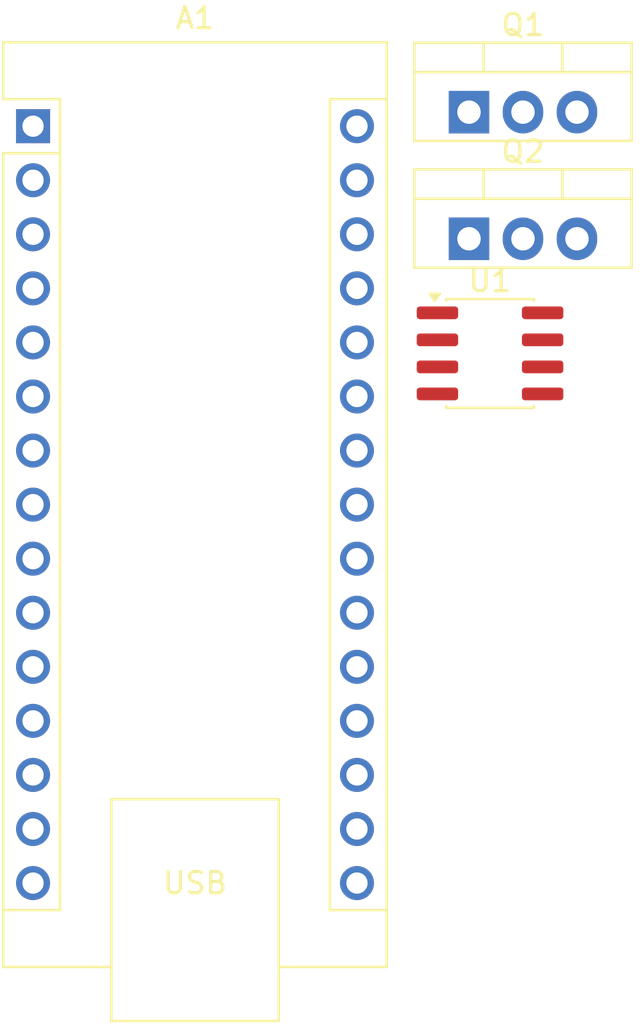
<source format=kicad_pcb>
(kicad_pcb (version 20241229) (generator "pcbnew") (generator_version "9.0")
  (layers (0 "F.Cu" signal) (2 "B.Cu" signal) (13 "F.Paste" user) (15 "B.Paste" user) (5 "F.SilkS" user "F.Silkscreen") (7 "B.SilkS" user "B.Silkscreen") (1 "F.Mask" user) (3 "B.Mask" user) (25 "Edge.Cuts" user))
  (net 0 "")
  (net 2 "Net-(A1-VIN)")
  (net 4 "Net-(A1-D6)")
  (net 7 "Net-(A1-D2)")
  (net 18 "Net-(A1-+5V)")
  (net 19 "Net-(A1-D5)")
  (net 21 "Net-(A1-A7)")
  (net 23 "Net-(A1-A0)")
  (net 27 "Net-(A1-A1)")
  (net 30 "Net-(J1-Pin_2)")
  (net 31 "Net-(Q1-G)")
  (net 32 "Net-(Q2-G)")
  (net 33 "Net-(Lade-/Entladewiederstand1-Pad2)")
  (net 34 "Net-(J2-Pin_1)")
  (footprint "Package_TO_SOT_THT:TO-220-3_Vertical" (layer "F.Cu") (at 144.27 94.28)
    (property "Reference" "Q1" (at 2.54 -4.1 0) (layer "F.SilkS"))
    (property "Value" "IRLZ44N")
    (fp_line (start -2.57 -3.26) (end 7.65 -3.26) (stroke (width 0.12)) (layer "F.SilkS"))
    (fp_line (start -2.57 -1.88) (end 7.65 -1.88) (stroke (width 0.12)) (layer "F.SilkS"))
    (fp_line (start -2.57 1.36) (end -2.57 -3.26) (stroke (width 0.12)) (layer "F.SilkS"))
    (fp_line (start 0.69 -3.26) (end 0.69 -1.88) (stroke (width 0.12)) (layer "F.SilkS"))
    (fp_line (start 4.39 -3.26) (end 4.39 -1.88) (stroke (width 0.12)) (layer "F.SilkS"))
    (fp_line (start 7.65 -3.26) (end 7.65 1.36) (stroke (width 0.12)) (layer "F.SilkS"))
    (fp_line (start 7.65 1.36) (end -2.57 1.36) (stroke (width 0.12)) (layer "F.SilkS"))
    (pad "1" thru_hole rect (at 0 0) (size 1.905 2) (drill 1.1) (layers "*.Cu" "*.Mask") (net 31 "Net-(Q1-G)"))
    (pad "2" thru_hole oval (at 2.54 0) (size 1.905 2) (drill 1.1) (layers "*.Cu" "*.Mask") (net 7 "Net-(A1-D2)"))
    (pad "3" thru_hole oval (at 5.08 0) (size 1.905 2) (drill 1.1) (layers "*.Cu" "*.Mask") (net 30 "Net-(J1-Pin_2)"))
  )
  (footprint "Package_SO:SOIC-8_3.9x4.9mm_P1.27mm" (layer "F.Cu") (at 145.26 105.615)
    (property "Reference" "U1" (at 0 -3.4 0) (layer "F.SilkS"))
    (property "Value" "ACS712xLCTR-05B")
    (fp_line (start -2.06 -2.56) (end 2.06 -2.56) (stroke (width 0.12)) (layer "F.SilkS"))
    (fp_line (start -2.06 -2.465) (end -2.06 -2.56) (stroke (width 0.12)) (layer "F.SilkS"))
    (fp_line (start -2.06 2.56) (end -2.06 2.465) (stroke (width 0.12)) (layer "F.SilkS"))
    (fp_line (start 2.06 -2.56) (end 2.06 -2.465) (stroke (width 0.12)) (layer "F.SilkS"))
    (fp_line (start 2.06 2.465) (end 2.06 2.56) (stroke (width 0.12)) (layer "F.SilkS"))
    (fp_line (start 2.06 2.56) (end -2.06 2.56) (stroke (width 0.12)) (layer "F.SilkS"))
    (fp_poly (pts (xy -2.6 -2.47) (xy -2.84 -2.8) (xy -2.36 -2.8)) (stroke (width 0.12)) (fill yes) (layer "F.SilkS"))
    (pad "1" smd roundrect (at -2.475 -1.905) (size 1.95 0.6) (layers "F.Cu" "F.Mask" "F.Paste") (net 33 "Net-(Lade-/Entladewiederstand1-Pad2)"))
    (pad "2" smd roundrect (at -2.475 -0.635) (size 1.95 0.6) (layers "F.Cu" "F.Mask" "F.Paste") (net 33 "Net-(Lade-/Entladewiederstand1-Pad2)"))
    (pad "3" smd roundrect (at -2.475 0.635) (size 1.95 0.6) (layers "F.Cu" "F.Mask" "F.Paste") (net 34 "Net-(J2-Pin_1)"))
    (pad "4" smd roundrect (at -2.475 1.905) (size 1.95 0.6) (layers "F.Cu" "F.Mask" "F.Paste") (net 34 "Net-(J2-Pin_1)"))
    (pad "5" smd roundrect (at 2.475 1.905) (size 1.95 0.6) (layers "F.Cu" "F.Mask" "F.Paste") (net 7 "Net-(A1-D2)"))
    (pad "6" smd roundrect (at 2.475 0.635) (size 1.95 0.6) (layers "F.Cu" "F.Mask" "F.Paste"))
    (pad "7" smd roundrect (at 2.475 -0.635) (size 1.95 0.6) (layers "F.Cu" "F.Mask" "F.Paste") (net 21 "Net-(A1-A7)"))
    (pad "8" smd roundrect (at 2.475 -1.905) (size 1.95 0.6) (layers "F.Cu" "F.Mask" "F.Paste") (net 18 "Net-(A1-+5V)"))
  )
  (footprint "Package_TO_SOT_THT:TO-220-3_Vertical" (layer "F.Cu") (at 144.27 100.23)
    (property "Reference" "Q2" (at 2.54 -4.1 0) (layer "F.SilkS"))
    (property "Value" "IRLZ44N")
    (fp_line (start -2.57 -3.26) (end 7.65 -3.26) (stroke (width 0.12)) (layer "F.SilkS"))
    (fp_line (start -2.57 -1.88) (end 7.65 -1.88) (stroke (width 0.12)) (layer "F.SilkS"))
    (fp_line (start -2.57 1.36) (end -2.57 -3.26) (stroke (width 0.12)) (layer "F.SilkS"))
    (fp_line (start 0.69 -3.26) (end 0.69 -1.88) (stroke (width 0.12)) (layer "F.SilkS"))
    (fp_line (start 4.39 -3.26) (end 4.39 -1.88) (stroke (width 0.12)) (layer "F.SilkS"))
    (fp_line (start 7.65 -3.26) (end 7.65 1.36) (stroke (width 0.12)) (layer "F.SilkS"))
    (fp_line (start 7.65 1.36) (end -2.57 1.36) (stroke (width 0.12)) (layer "F.SilkS"))
    (pad "1" thru_hole rect (at 0 0) (size 1.905 2) (drill 1.1) (layers "*.Cu" "*.Mask") (net 32 "Net-(Q2-G)"))
    (pad "2" thru_hole oval (at 2.54 0) (size 1.905 2) (drill 1.1) (layers "*.Cu" "*.Mask") (net 7 "Net-(A1-D2)"))
    (pad "3" thru_hole oval (at 5.08 0) (size 1.905 2) (drill 1.1) (layers "*.Cu" "*.Mask") (net 30 "Net-(J1-Pin_2)"))
  )
  (footprint "Module:Arduino_Nano" (layer "F.Cu") (at 123.76 94.94)
    (property "Reference" "A1" (at 7.62 -5.08 0) (layer "F.SilkS"))
    (property "Value" "Arduino_Nano")
    (fp_line (start -1.4 -3.94) (end -1.4 -1.27) (stroke (width 0.12)) (layer "F.SilkS"))
    (fp_line (start -1.4 1.27) (end -1.4 39.5) (stroke (width 0.12)) (layer "F.SilkS"))
    (fp_line (start -1.4 39.5) (end 3.68 39.5) (stroke (width 0.12)) (layer "F.SilkS"))
    (fp_line (start 1.27 -1.27) (end -1.4 -1.27) (stroke (width 0.12)) (layer "F.SilkS"))
    (fp_line (start 1.27 1.27) (end -1.4 1.27) (stroke (width 0.12)) (layer "F.SilkS"))
    (fp_line (start 1.27 1.27) (end 1.27 -1.27) (stroke (width 0.12)) (layer "F.SilkS"))
    (fp_line (start 1.27 1.27) (end 1.27 36.83) (stroke (width 0.12)) (layer "F.SilkS"))
    (fp_line (start 1.27 36.83) (end -1.4 36.83) (stroke (width 0.12)) (layer "F.SilkS"))
    (fp_line (start 3.68 31.62) (end 11.56 31.62) (stroke (width 0.12)) (layer "F.SilkS"))
    (fp_line (start 3.68 42.04) (end 3.68 31.62) (stroke (width 0.12)) (layer "F.SilkS"))
    (fp_line (start 11.56 31.62) (end 11.56 42.04) (stroke (width 0.12)) (layer "F.SilkS"))
    (fp_line (start 11.56 42.04) (end 3.68 42.04) (stroke (width 0.12)) (layer "F.SilkS"))
    (fp_line (start 13.97 -1.27) (end 13.97 36.83) (stroke (width 0.12)) (layer "F.SilkS"))
    (fp_line (start 13.97 -1.27) (end 16.64 -1.27) (stroke (width 0.12)) (layer "F.SilkS"))
    (fp_line (start 13.97 36.83) (end 16.64 36.83) (stroke (width 0.12)) (layer "F.SilkS"))
    (fp_line (start 16.64 -3.94) (end -1.4 -3.94) (stroke (width 0.12)) (layer "F.SilkS"))
    (fp_line (start 16.64 39.5) (end 11.56 39.5) (stroke (width 0.12)) (layer "F.SilkS"))
    (fp_line (start 16.64 39.5) (end 16.64 -3.94) (stroke (width 0.12)) (layer "F.SilkS"))
    (fp_text user "USB" (at 7.62 35.56 0) (layer "F.SilkS"))
    (pad "1" thru_hole rect (at 0 0) (size 1.6 1.6) (drill 1) (layers "*.Cu" "*.Mask"))
    (pad "2" thru_hole oval (at 0 2.54) (size 1.6 1.6) (drill 1) (layers "*.Cu" "*.Mask"))
    (pad "3" thru_hole oval (at 0 5.08) (size 1.6 1.6) (drill 1) (layers "*.Cu" "*.Mask"))
    (pad "4" thru_hole oval (at 0 7.62) (size 1.6 1.6) (drill 1) (layers "*.Cu" "*.Mask") (net 7 "Net-(A1-D2)"))
    (pad "5" thru_hole oval (at 0 10.16) (size 1.6 1.6) (drill 1) (layers "*.Cu" "*.Mask") (net 7 "Net-(A1-D2)"))
    (pad "6" thru_hole oval (at 0 12.7) (size 1.6 1.6) (drill 1) (layers "*.Cu" "*.Mask"))
    (pad "7" thru_hole oval (at 0 15.24) (size 1.6 1.6) (drill 1) (layers "*.Cu" "*.Mask"))
    (pad "8" thru_hole oval (at 0 17.78) (size 1.6 1.6) (drill 1) (layers "*.Cu" "*.Mask") (net 19 "Net-(A1-D5)"))
    (pad "9" thru_hole oval (at 0 20.32) (size 1.6 1.6) (drill 1) (layers "*.Cu" "*.Mask") (net 4 "Net-(A1-D6)"))
    (pad "10" thru_hole oval (at 0 22.86) (size 1.6 1.6) (drill 1) (layers "*.Cu" "*.Mask"))
    (pad "11" thru_hole oval (at 0 25.4) (size 1.6 1.6) (drill 1) (layers "*.Cu" "*.Mask"))
    (pad "12" thru_hole oval (at 0 27.94) (size 1.6 1.6) (drill 1) (layers "*.Cu" "*.Mask"))
    (pad "13" thru_hole oval (at 0 30.48) (size 1.6 1.6) (drill 1) (layers "*.Cu" "*.Mask"))
    (pad "14" thru_hole oval (at 0 33.02) (size 1.6 1.6) (drill 1) (layers "*.Cu" "*.Mask"))
    (pad "15" thru_hole oval (at 0 35.56) (size 1.6 1.6) (drill 1) (layers "*.Cu" "*.Mask"))
    (pad "16" thru_hole oval (at 15.24 35.56) (size 1.6 1.6) (drill 1) (layers "*.Cu" "*.Mask"))
    (pad "17" thru_hole oval (at 15.24 33.02) (size 1.6 1.6) (drill 1) (layers "*.Cu" "*.Mask"))
    (pad "18" thru_hole oval (at 15.24 30.48) (size 1.6 1.6) (drill 1) (layers "*.Cu" "*.Mask"))
    (pad "19" thru_hole oval (at 15.24 27.94) (size 1.6 1.6) (drill 1) (layers "*.Cu" "*.Mask") (net 23 "Net-(A1-A0)"))
    (pad "20" thru_hole oval (at 15.24 25.4) (size 1.6 1.6) (drill 1) (layers "*.Cu" "*.Mask") (net 27 "Net-(A1-A1)"))
    (pad "21" thru_hole oval (at 15.24 22.86) (size 1.6 1.6) (drill 1) (layers "*.Cu" "*.Mask"))
    (pad "22" thru_hole oval (at 15.24 20.32) (size 1.6 1.6) (drill 1) (layers "*.Cu" "*.Mask"))
    (pad "23" thru_hole oval (at 15.24 17.78) (size 1.6 1.6) (drill 1) (layers "*.Cu" "*.Mask"))
    (pad "24" thru_hole oval (at 15.24 15.24) (size 1.6 1.6) (drill 1) (layers "*.Cu" "*.Mask"))
    (pad "25" thru_hole oval (at 15.24 12.7) (size 1.6 1.6) (drill 1) (layers "*.Cu" "*.Mask"))
    (pad "26" thru_hole oval (at 15.24 10.16) (size 1.6 1.6) (drill 1) (layers "*.Cu" "*.Mask") (net 21 "Net-(A1-A7)"))
    (pad "27" thru_hole oval (at 15.24 7.62) (size 1.6 1.6) (drill 1) (layers "*.Cu" "*.Mask") (net 18 "Net-(A1-+5V)"))
    (pad "28" thru_hole oval (at 15.24 5.08) (size 1.6 1.6) (drill 1) (layers "*.Cu" "*.Mask"))
    (pad "29" thru_hole oval (at 15.24 2.54) (size 1.6 1.6) (drill 1) (layers "*.Cu" "*.Mask"))
    (pad "30" thru_hole oval (at 15.24 0) (size 1.6 1.6) (drill 1) (layers "*.Cu" "*.Mask") (net 2 "Net-(A1-VIN)"))
  )
)
</source>
